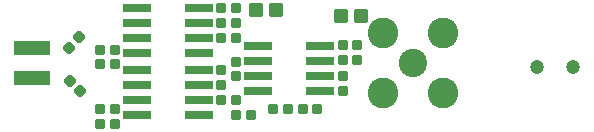
<source format=gbr>
%TF.GenerationSoftware,KiCad,Pcbnew,6.0.0-rc1-unknown-fbdb2bd91f~144~ubuntu20.04.1*%
%TF.CreationDate,2021-12-08T11:49:30+07:00*%
%TF.ProjectId,diff-probe,64696666-2d70-4726-9f62-652e6b696361,rev?*%
%TF.SameCoordinates,Original*%
%TF.FileFunction,Soldermask,Top*%
%TF.FilePolarity,Negative*%
%FSLAX46Y46*%
G04 Gerber Fmt 4.6, Leading zero omitted, Abs format (unit mm)*
G04 Created by KiCad (PCBNEW 6.0.0-rc1-unknown-fbdb2bd91f~144~ubuntu20.04.1) date 2021-12-08 11:49:30*
%MOMM*%
%LPD*%
G01*
G04 APERTURE LIST*
G04 Aperture macros list*
%AMRoundRect*
0 Rectangle with rounded corners*
0 $1 Rounding radius*
0 $2 $3 $4 $5 $6 $7 $8 $9 X,Y pos of 4 corners*
0 Add a 4 corners polygon primitive as box body*
4,1,4,$2,$3,$4,$5,$6,$7,$8,$9,$2,$3,0*
0 Add four circle primitives for the rounded corners*
1,1,$1+$1,$2,$3*
1,1,$1+$1,$4,$5*
1,1,$1+$1,$6,$7*
1,1,$1+$1,$8,$9*
0 Add four rect primitives between the rounded corners*
20,1,$1+$1,$2,$3,$4,$5,0*
20,1,$1+$1,$4,$5,$6,$7,0*
20,1,$1+$1,$6,$7,$8,$9,0*
20,1,$1+$1,$8,$9,$2,$3,0*%
G04 Aperture macros list end*
%ADD10RoundRect,0.150800X0.000000X-0.424264X0.424264X0.000000X0.000000X0.424264X-0.424264X0.000000X0*%
%ADD11RoundRect,0.150800X0.000000X0.424264X-0.424264X0.000000X0.000000X-0.424264X0.424264X0.000000X0*%
%ADD12RoundRect,0.050800X-1.500000X-0.500000X1.500000X-0.500000X1.500000X0.500000X-1.500000X0.500000X0*%
%ADD13RoundRect,0.150800X-0.300000X-0.300000X0.300000X-0.300000X0.300000X0.300000X-0.300000X0.300000X0*%
%ADD14RoundRect,0.150800X0.300000X0.300000X-0.300000X0.300000X-0.300000X-0.300000X0.300000X-0.300000X0*%
%ADD15RoundRect,0.150800X0.424264X0.000000X0.000000X0.424264X-0.424264X0.000000X0.000000X-0.424264X0*%
%ADD16RoundRect,0.150800X-0.424264X0.000000X0.000000X-0.424264X0.424264X0.000000X0.000000X0.424264X0*%
%ADD17RoundRect,0.050800X-1.104900X0.304800X-1.104900X-0.304800X1.104900X-0.304800X1.104900X0.304800X0*%
%ADD18RoundRect,0.150800X-0.300000X0.300000X-0.300000X-0.300000X0.300000X-0.300000X0.300000X0.300000X0*%
%ADD19RoundRect,0.150800X0.300000X-0.300000X0.300000X0.300000X-0.300000X0.300000X-0.300000X-0.300000X0*%
%ADD20C,2.401600*%
%ADD21C,2.601600*%
%ADD22RoundRect,0.050800X0.500000X0.550000X-0.500000X0.550000X-0.500000X-0.550000X0.500000X-0.550000X0*%
%ADD23RoundRect,0.050800X-0.500000X-0.550000X0.500000X-0.550000X0.500000X0.550000X-0.500000X0.550000X0*%
%ADD24C,1.200000*%
G04 APERTURE END LIST*
D10*
%TO.C,R28*%
X128566116Y-96713884D03*
D11*
X129450000Y-95830000D03*
%TD*%
D12*
%TO.C,J3*%
X125501100Y-99273600D03*
X125501100Y-96733600D03*
%TD*%
D13*
%TO.C,C19*%
X131251100Y-96878600D03*
D14*
X132501100Y-96878600D03*
%TD*%
D13*
%TO.C,C20*%
X131251100Y-98128600D03*
D14*
X132501100Y-98128600D03*
%TD*%
%TO.C,C24*%
X149626100Y-101878600D03*
D13*
X148376100Y-101878600D03*
%TD*%
D15*
%TO.C,R20*%
X129561942Y-100401942D03*
D16*
X128678058Y-99518058D03*
%TD*%
D17*
%TO.C,IC3*%
X134384900Y-98598600D03*
X134384900Y-99868600D03*
X134384900Y-101138600D03*
X134384900Y-102408600D03*
X139617300Y-102408600D03*
X139617300Y-101138600D03*
X139617300Y-99868600D03*
X139617300Y-98598600D03*
%TD*%
D13*
%TO.C,R26*%
X142751100Y-102378600D03*
D14*
X144001100Y-102378600D03*
%TD*%
D18*
%TO.C,R30*%
X151751100Y-99128600D03*
D19*
X151751100Y-100378600D03*
%TD*%
D13*
%TO.C,C22*%
X131251100Y-103128600D03*
D14*
X132501100Y-103128600D03*
%TD*%
D13*
%TO.C,C18*%
X151751100Y-97753600D03*
D14*
X153001100Y-97753600D03*
%TD*%
D13*
%TO.C,C17*%
X151751100Y-96503600D03*
D14*
X153001100Y-96503600D03*
%TD*%
D19*
%TO.C,C16*%
X141501100Y-99878600D03*
D18*
X141501100Y-98628600D03*
%TD*%
D13*
%TO.C,R22*%
X141501100Y-101128600D03*
D14*
X142751100Y-101128600D03*
%TD*%
D13*
%TO.C,C21*%
X131251100Y-101878600D03*
D14*
X132501100Y-101878600D03*
%TD*%
D19*
%TO.C,C13*%
X141501100Y-94628600D03*
D18*
X141501100Y-93378600D03*
%TD*%
D17*
%TO.C,IC5*%
X139617300Y-93348600D03*
X139617300Y-94618600D03*
X139617300Y-95888600D03*
X139617300Y-97158600D03*
X134384900Y-97158600D03*
X134384900Y-95888600D03*
X134384900Y-94618600D03*
X134384900Y-93348600D03*
%TD*%
D19*
%TO.C,C14*%
X142751100Y-94628600D03*
D18*
X142751100Y-93378600D03*
%TD*%
D20*
%TO.C,X2*%
X157751100Y-98003600D03*
D21*
X155201200Y-95453700D03*
X160301000Y-95453700D03*
X160301000Y-100553500D03*
X155201200Y-100553500D03*
%TD*%
D22*
%TO.C,C54*%
X146101100Y-93503600D03*
X144401100Y-93503600D03*
%TD*%
D23*
%TO.C,C52*%
X151651100Y-94003600D03*
X153351100Y-94003600D03*
%TD*%
D17*
%TO.C,IC4*%
X144634900Y-96598600D03*
X144634900Y-97868600D03*
X144634900Y-99138600D03*
X144634900Y-100408600D03*
X149867300Y-100408600D03*
X149867300Y-99138600D03*
X149867300Y-97868600D03*
X149867300Y-96598600D03*
%TD*%
D19*
%TO.C,C15*%
X142751100Y-99128600D03*
D18*
X142751100Y-97878600D03*
%TD*%
D13*
%TO.C,C23*%
X145876100Y-101878600D03*
D14*
X147126100Y-101878600D03*
%TD*%
D13*
%TO.C,R32*%
X141501100Y-95878600D03*
D14*
X142751100Y-95878600D03*
%TD*%
D24*
%TO.C,J4*%
X171251100Y-98303600D03*
X168251100Y-98303600D03*
%TD*%
M02*

</source>
